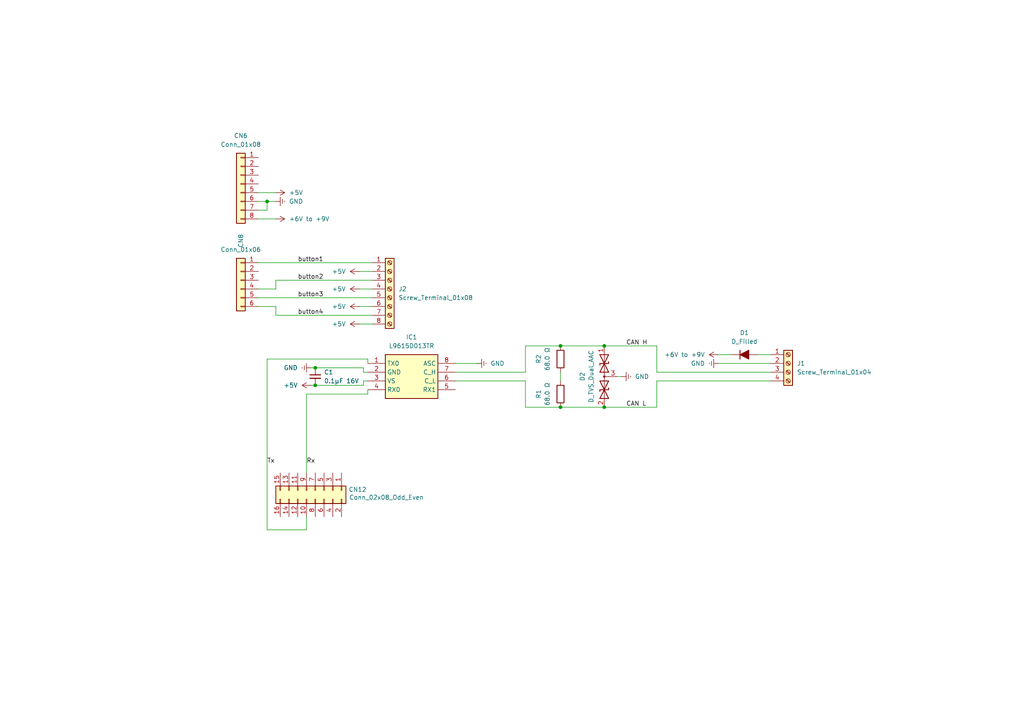
<source format=kicad_sch>
(kicad_sch (version 20231120) (generator "eeschema") (generator_version "8.0")
  (paper "A4")
  (title_block (title "CAN-Shield for STM32F469I-DISCO") (date "2025-01-27") (rev "v3") (company "Green Lion Racing") (comment 1 "Alexander Wallrodt") (comment 2 "Based on previous STM32 Canshield from 2019"))
  (lib_symbols
    (symbol "Connector:Screw_Terminal_01x04" (pin_names (offset 1.016) hide)
      (property "Reference" "J" (at 0 5.08 0))
      (property "Value" "Screw_Terminal_01x04" (at 0 -7.62 0))
      (symbol "Screw_Terminal_01x04_1_1"
        (rectangle (start -1.27 3.81) (end 1.27 -6.35) (stroke (width 0.254)) (fill (type background)))
        (circle (center 0 -5.08) (radius 0.635) (stroke (width 0.1524)))
        (circle (center 0 -2.54) (radius 0.635) (stroke (width 0.1524)))
        (polyline (pts (xy -0.5334 -4.7498) (xy 0.3302 -5.588)) (stroke (width 0.1524)))
        (polyline (pts (xy -0.5334 -2.2098) (xy 0.3302 -3.048)) (stroke (width 0.1524)))
        (polyline (pts (xy -0.5334 0.3302) (xy 0.3302 -0.508)) (stroke (width 0.1524)))
        (polyline (pts (xy -0.5334 2.8702) (xy 0.3302 2.032)) (stroke (width 0.1524)))
        (polyline (pts (xy -0.3556 -4.572) (xy 0.508 -5.4102)) (stroke (width 0.1524)))
        (polyline (pts (xy -0.3556 -2.032) (xy 0.508 -2.8702)) (stroke (width 0.1524)))
        (polyline (pts (xy -0.3556 0.508) (xy 0.508 -0.3302)) (stroke (width 0.1524)))
        (polyline (pts (xy -0.3556 3.048) (xy 0.508 2.2098)) (stroke (width 0.1524)))
        (circle (center 0 0) (radius 0.635) (stroke (width 0.1524)))
        (circle (center 0 2.54) (radius 0.635) (stroke (width 0.1524)))
        (pin passive line (at -5.08 2.54 0) (length 3.81) (name "Pin_1") (number "1"))
        (pin passive line (at -5.08 0 0) (length 3.81) (name "Pin_2") (number "2"))
        (pin passive line (at -5.08 -2.54 0) (length 3.81) (name "Pin_3") (number "3"))
        (pin passive line (at -5.08 -5.08 0) (length 3.81) (name "Pin_4") (number "4"))
      )
    )
    (symbol "Connector:Screw_Terminal_01x08" (pin_names (offset 1.016) hide)
      (property "Reference" "J" (at 0 10.16 0))
      (property "Value" "Screw_Terminal_01x08" (at 0 -12.7 0))
      (symbol "Screw_Terminal_01x08_1_1"
        (rectangle (start -1.27 8.89) (end 1.27 -11.43) (stroke (width 0.254)) (fill (type background)))
        (circle (center 0 -10.16) (radius 0.635) (stroke (width 0.1524)))
        (circle (center 0 -7.62) (radius 0.635) (stroke (width 0.1524)))
        (circle (center 0 -5.08) (radius 0.635) (stroke (width 0.1524)))
        (circle (center 0 -2.54) (radius 0.635) (stroke (width 0.1524)))
        (polyline (pts (xy -0.5334 -9.8298) (xy 0.3302 -10.668)) (stroke (width 0.1524)))
        (polyline (pts (xy -0.5334 -7.2898) (xy 0.3302 -8.128)) (stroke (width 0.1524)))
        (polyline (pts (xy -0.5334 -4.7498) (xy 0.3302 -5.588)) (stroke (width 0.1524)))
        (polyline (pts (xy -0.5334 -2.2098) (xy 0.3302 -3.048)) (stroke (width 0.1524)))
        (polyline (pts (xy -0.5334 0.3302) (xy 0.3302 -0.508)) (stroke (width 0.1524)))
        (polyline (pts (xy -0.5334 2.8702) (xy 0.3302 2.032)) (stroke (width 0.1524)))
        (polyline (pts (xy -0.5334 5.4102) (xy 0.3302 4.572)) (stroke (width 0.1524)))
        (polyline (pts (xy -0.5334 7.9502) (xy 0.3302 7.112)) (stroke (width 0.1524)))
        (polyline (pts (xy -0.3556 -9.652) (xy 0.508 -10.4902)) (stroke (width 0.1524)))
        (polyline (pts (xy -0.3556 -7.112) (xy 0.508 -7.9502)) (stroke (width 0.1524)))
        (polyline (pts (xy -0.3556 -4.572) (xy 0.508 -5.4102)) (stroke (width 0.1524)))
        (polyline (pts (xy -0.3556 -2.032) (xy 0.508 -2.8702)) (stroke (width 0.1524)))
        (polyline (pts (xy -0.3556 0.508) (xy 0.508 -0.3302)) (stroke (width 0.1524)))
        (polyline (pts (xy -0.3556 3.048) (xy 0.508 2.2098)) (stroke (width 0.1524)))
        (polyline (pts (xy -0.3556 5.588) (xy 0.508 4.7498)) (stroke (width 0.1524)))
        (polyline (pts (xy -0.3556 8.128) (xy 0.508 7.2898)) (stroke (width 0.1524)))
        (circle (center 0 0) (radius 0.635) (stroke (width 0.1524)))
        (circle (center 0 2.54) (radius 0.635) (stroke (width 0.1524)))
        (circle (center 0 5.08) (radius 0.635) (stroke (width 0.1524)))
        (circle (center 0 7.62) (radius 0.635) (stroke (width 0.1524)))
        (pin passive line (at -5.08 7.62 0) (length 3.81) (name "Pin_1") (number "1"))
        (pin passive line (at -5.08 5.08 0) (length 3.81) (name "Pin_2") (number "2"))
        (pin passive line (at -5.08 2.54 0) (length 3.81) (name "Pin_3") (number "3"))
        (pin passive line (at -5.08 0 0) (length 3.81) (name "Pin_4") (number "4"))
        (pin passive line (at -5.08 -2.54 0) (length 3.81) (name "Pin_5") (number "5"))
        (pin passive line (at -5.08 -5.08 0) (length 3.81) (name "Pin_6") (number "6"))
        (pin passive line (at -5.08 -7.62 0) (length 3.81) (name "Pin_7") (number "7"))
        (pin passive line (at -5.08 -10.16 0) (length 3.81) (name "Pin_8") (number "8"))
      )
    )
    (symbol "Connector_Generic:Conn_01x06" (pin_names (offset 1.016) hide)
      (property "Reference" "J" (at 0 7.62 0))
      (property "Value" "Conn_01x06" (at 0 -10.16 0))
      (symbol "Conn_01x06_1_1"
        (rectangle (start -1.27 -7.493) (end 0 -7.747) (stroke (width 0.1524)))
        (rectangle (start -1.27 -4.953) (end 0 -5.207) (stroke (width 0.1524)))
        (rectangle (start -1.27 -2.413) (end 0 -2.667) (stroke (width 0.1524)))
        (rectangle (start -1.27 0.127) (end 0 -0.127) (stroke (width 0.1524)))
        (rectangle (start -1.27 2.667) (end 0 2.413) (stroke (width 0.1524)))
        (rectangle (start -1.27 5.207) (end 0 4.953) (stroke (width 0.1524)))
        (rectangle (start -1.27 6.35) (end 1.27 -8.89) (stroke (width 0.254)) (fill (type background)))
        (pin passive line (at -5.08 5.08 0) (length 3.81) (name "Pin_1") (number "1"))
        (pin passive line (at -5.08 2.54 0) (length 3.81) (name "Pin_2") (number "2"))
        (pin passive line (at -5.08 0 0) (length 3.81) (name "Pin_3") (number "3"))
        (pin passive line (at -5.08 -2.54 0) (length 3.81) (name "Pin_4") (number "4"))
        (pin passive line (at -5.08 -5.08 0) (length 3.81) (name "Pin_5") (number "5"))
        (pin passive line (at -5.08 -7.62 0) (length 3.81) (name "Pin_6") (number "6"))
      )
    )
    (symbol "Connector_Generic:Conn_01x08" (pin_names (offset 1.016) hide)
      (property "Reference" "J" (at 0 10.16 0))
      (property "Value" "Conn_01x08" (at 0 -12.7 0))
      (symbol "Conn_01x08_1_1"
        (rectangle (start -1.27 -10.033) (end 0 -10.287) (stroke (width 0.1524)))
        (rectangle (start -1.27 -7.493) (end 0 -7.747) (stroke (width 0.1524)))
        (rectangle (start -1.27 -4.953) (end 0 -5.207) (stroke (width 0.1524)))
        (rectangle (start -1.27 -2.413) (end 0 -2.667) (stroke (width 0.1524)))
        (rectangle (start -1.27 0.127) (end 0 -0.127) (stroke (width 0.1524)))
        (rectangle (start -1.27 2.667) (end 0 2.413) (stroke (width 0.1524)))
        (rectangle (start -1.27 5.207) (end 0 4.953) (stroke (width 0.1524)))
        (rectangle (start -1.27 7.747) (end 0 7.493) (stroke (width 0.1524)))
        (rectangle (start -1.27 8.89) (end 1.27 -11.43) (stroke (width 0.254)) (fill (type background)))
        (pin passive line (at -5.08 7.62 0) (length 3.81) (name "Pin_1") (number "1"))
        (pin passive line (at -5.08 5.08 0) (length 3.81) (name "Pin_2") (number "2"))
        (pin passive line (at -5.08 2.54 0) (length 3.81) (name "Pin_3") (number "3"))
        (pin passive line (at -5.08 0 0) (length 3.81) (name "Pin_4") (number "4"))
        (pin passive line (at -5.08 -2.54 0) (length 3.81) (name "Pin_5") (number "5"))
        (pin passive line (at -5.08 -5.08 0) (length 3.81) (name "Pin_6") (number "6"))
        (pin passive line (at -5.08 -7.62 0) (length 3.81) (name "Pin_7") (number "7"))
        (pin passive line (at -5.08 -10.16 0) (length 3.81) (name "Pin_8") (number "8"))
      )
    )
    (symbol "Connector_Generic:Conn_02x08_Odd_Even" (pin_names (offset 1.016) hide)
      (property "Reference" "J" (at 1.27 10.16 0))
      (property "Value" "Conn_02x08_Odd_Even" (at 1.27 -12.7 0))
      (symbol "Conn_02x08_Odd_Even_1_1"
        (rectangle (start -1.27 -10.033) (end 0 -10.287) (stroke (width 0.1524)))
        (rectangle (start -1.27 -7.493) (end 0 -7.747) (stroke (width 0.1524)))
        (rectangle (start -1.27 -4.953) (end 0 -5.207) (stroke (width 0.1524)))
        (rectangle (start -1.27 -2.413) (end 0 -2.667) (stroke (width 0.1524)))
        (rectangle (start -1.27 0.127) (end 0 -0.127) (stroke (width 0.1524)))
        (rectangle (start -1.27 2.667) (end 0 2.413) (stroke (width 0.1524)))
        (rectangle (start -1.27 5.207) (end 0 4.953) (stroke (width 0.1524)))
        (rectangle (start -1.27 7.747) (end 0 7.493) (stroke (width 0.1524)))
        (rectangle (start -1.27 8.89) (end 3.81 -11.43) (stroke (width 0.254)) (fill (type background)))
        (rectangle (start 3.81 -10.033) (end 2.54 -10.287) (stroke (width 0.1524)))
        (rectangle (start 3.81 -7.493) (end 2.54 -7.747) (stroke (width 0.1524)))
        (rectangle (start 3.81 -4.953) (end 2.54 -5.207) (stroke (width 0.1524)))
        (rectangle (start 3.81 -2.413) (end 2.54 -2.667) (stroke (width 0.1524)))
        (rectangle (start 3.81 0.127) (end 2.54 -0.127) (stroke (width 0.1524)))
        (rectangle (start 3.81 2.667) (end 2.54 2.413) (stroke (width 0.1524)))
        (rectangle (start 3.81 5.207) (end 2.54 4.953) (stroke (width 0.1524)))
        (rectangle (start 3.81 7.747) (end 2.54 7.493) (stroke (width 0.1524)))
        (pin passive line (at -5.08 7.62 0) (length 3.81) (name "Pin_1") (number "1"))
        (pin passive line (at 7.62 -2.54 180) (length 3.81) (name "Pin_10") (number "10"))
        (pin passive line (at -5.08 -5.08 0) (length 3.81) (name "Pin_11") (number "11"))
        (pin passive line (at 7.62 -5.08 180) (length 3.81) (name "Pin_12") (number "12"))
        (pin passive line (at -5.08 -7.62 0) (length 3.81) (name "Pin_13") (number "13"))
        (pin passive line (at 7.62 -7.62 180) (length 3.81) (name "Pin_14") (number "14"))
        (pin passive line (at -5.08 -10.16 0) (length 3.81) (name "Pin_15") (number "15"))
        (pin passive line (at 7.62 -10.16 180) (length 3.81) (name "Pin_16") (number "16"))
        (pin passive line (at 7.62 7.62 180) (length 3.81) (name "Pin_2") (number "2"))
        (pin passive line (at -5.08 5.08 0) (length 3.81) (name "Pin_3") (number "3"))
        (pin passive line (at 7.62 5.08 180) (length 3.81) (name "Pin_4") (number "4"))
        (pin passive line (at -5.08 2.54 0) (length 3.81) (name "Pin_5") (number "5"))
        (pin passive line (at 7.62 2.54 180) (length 3.81) (name "Pin_6") (number "6"))
        (pin passive line (at -5.08 0 0) (length 3.81) (name "Pin_7") (number "7"))
        (pin passive line (at 7.62 0 180) (length 3.81) (name "Pin_8") (number "8"))
        (pin passive line (at -5.08 -2.54 0) (length 3.81) (name "Pin_9") (number "9"))
      )
    )
    (symbol "Device:C_Small" (pin_numbers hide) (pin_names (offset 0.254) hide)
      (property "Reference" "C" (at 0.254 1.778 0))
      (property "Value" "C_Small" (at 0.254 -2.032 0))
      (symbol "C_Small_0_1"
        (polyline (pts (xy -1.524 -0.508) (xy 1.524 -0.508)) (stroke (width 0.3302)))
        (polyline (pts (xy -1.524 0.508) (xy 1.524 0.508)) (stroke (width 0.3048)))
      )
      (symbol "C_Small_1_1"
        (pin passive line (at 0 2.54 270) (length 2.032) (name "~") (number "1"))
        (pin passive line (at 0 -2.54 90) (length 2.032) (name "~") (number "2"))
      )
    )
    (symbol "Device:D_Filled" (pin_numbers hide) (pin_names (offset 1.016) hide)
      (property "Reference" "D" (at 0 2.54 0))
      (property "Value" "D_Filled" (at 0 -2.54 0))
      (symbol "D_Filled_0_1"
        (polyline (pts (xy -1.27 1.27) (xy -1.27 -1.27)) (stroke (width 0.254)))
        (polyline (pts (xy 1.27 0) (xy -1.27 0)))
        (polyline (pts (xy 1.27 1.27) (xy 1.27 -1.27) (xy -1.27 0) (xy 1.27 1.27)) (stroke (width 0.254)) (fill (type outline)))
      )
      (symbol "D_Filled_1_1"
        (pin passive line (at -3.81 0 0) (length 2.54) (name "K") (number "1"))
        (pin passive line (at 3.81 0 180) (length 2.54) (name "A") (number "2"))
      )
    )
    (symbol "Device:D_TVS_Dual_AAC" (pin_names (offset 1.016) hide)
      (property "Reference" "D" (at 0 4.445 0))
      (property "Value" "D_TVS_Dual_AAC" (at 0 2.54 0))
      (symbol "D_TVS_Dual_AAC_0_0"
        (polyline (pts (xy 0 -1.27) (xy 0 0)))
      )
      (symbol "D_TVS_Dual_AAC_0_1"
        (polyline (pts (xy -6.35 0) (xy 6.35 0)))
        (polyline (pts (xy -3.302 1.27) (xy -3.81 1.27) (xy -3.81 -1.27) (xy -4.318 -1.27)) (stroke (width 0.254)))
        (polyline (pts (xy 4.318 1.27) (xy 3.81 1.27) (xy 3.81 -1.27) (xy 3.302 -1.27)) (stroke (width 0.254)))
        (polyline (pts (xy -6.35 1.27) (xy -1.27 -1.27) (xy -1.27 1.27) (xy -6.35 -1.27) (xy -6.35 1.27)) (stroke (width 0.254)))
        (polyline (pts (xy 6.35 1.27) (xy 1.27 -1.27) (xy 1.27 1.27) (xy 6.35 -1.27) (xy 6.35 1.27)) (stroke (width 0.254)))
        (circle (center 0 0) (radius 0.254) (fill (type outline)))
      )
      (symbol "D_TVS_Dual_AAC_1_1"
        (pin passive line (at -8.89 0 0) (length 2.54) (name "A1") (number "1"))
        (pin passive line (at 8.89 0 180) (length 2.54) (name "A2") (number "2"))
        (pin passive line (at 0 -3.81 90) (length 2.54) (name "common") (number "3"))
      )
    )
    (symbol "Device:R" (pin_numbers hide) (pin_names (offset 0))
      (property "Reference" "R" (at 2.032 0 90))
      (property "Value" "R" (at 0 0 90))
      (symbol "R_0_1"
        (rectangle (start -1.016 -2.54) (end 1.016 2.54) (stroke (width 0.254)))
      )
      (symbol "R_1_1"
        (pin passive line (at 0 3.81 270) (length 1.27) (name "~") (number "1"))
        (pin passive line (at 0 -3.81 90) (length 1.27) (name "~") (number "2"))
      )
    )
    (symbol "SamacSys_Parts:L9615D013TR"
      (property "Reference" "IC" (at 21.59 7.62 0))
      (property "Value" "L9615D013TR" (at 21.59 5.08 0))
      (symbol "L9615D013TR_1_1"
        (rectangle (start 5.08 2.54) (end 20.32 -10.16) (stroke (width 0.254)) (fill (type background)))
        (pin passive line (at 0 0 0) (length 5.08) (name "TX0") (number "1"))
        (pin passive line (at 0 -2.54 0) (length 5.08) (name "GND") (number "2"))
        (pin passive line (at 0 -5.08 0) (length 5.08) (name "VS") (number "3"))
        (pin passive line (at 0 -7.62 0) (length 5.08) (name "RX0") (number "4"))
        (pin passive line (at 25.4 -7.62 180) (length 5.08) (name "RX1") (number "5"))
        (pin passive line (at 25.4 -5.08 180) (length 5.08) (name "C_L") (number "6"))
        (pin passive line (at 25.4 -2.54 180) (length 5.08) (name "C_H") (number "7"))
        (pin passive line (at 25.4 0 180) (length 5.08) (name "ASC") (number "8"))
      )
    )
    (symbol "power:+12V" (power) (pin_numbers hide) (pin_names (offset 0) hide)
      (property "Value" "+12V" (at 0 3.556 0))
      (symbol "+12V_0_1"
        (polyline (pts (xy -0.762 1.27) (xy 0 2.54)))
        (polyline (pts (xy 0 0) (xy 0 2.54)))
        (polyline (pts (xy 0 2.54) (xy 0.762 1.27)))
      )
      (symbol "+12V_1_1"
        (pin power_in line (at 0 0 90) (length 0) (name "~") (number "1"))
      )
    )
    (symbol "power:+5V" (power) (pin_numbers hide) (pin_names (offset 0) hide)
      (property "Value" "+5V" (at 0 3.556 0))
      (symbol "+5V_0_1"
        (polyline (pts (xy -0.762 1.27) (xy 0 2.54)))
        (polyline (pts (xy 0 0) (xy 0 2.54)))
        (polyline (pts (xy 0 2.54) (xy 0.762 1.27)))
      )
      (symbol "+5V_1_1"
        (pin power_in line (at 0 0 90) (length 0) (name "~") (number "1"))
      )
    )
    (symbol "power:GNDREF" (power) (pin_numbers hide) (pin_names (offset 0) hide)
      (property "Value" "GNDREF" (at 0 -3.81 0))
      (symbol "GNDREF_0_1"
        (polyline (pts (xy -0.635 -1.905) (xy 0.635 -1.905)))
        (polyline (pts (xy -0.127 -2.54) (xy 0.127 -2.54)))
        (polyline (pts (xy 0 -1.27) (xy 0 0)))
        (polyline (pts (xy 1.27 -1.27) (xy -1.27 -1.27)))
      )
      (symbol "GNDREF_1_1"
        (pin power_in line (at 0 0 270) (length 0) (name "~") (number "1"))
      )
    )
  )
  (junction (at 91.44 111.76))
  (junction (at 91.44 106.68))
  (junction (at 162.56 118.11))
  (junction (at 77.47 58.42))
  (junction (at 175.26 118.11))
  (junction (at 162.56 100.33))
  (junction (at 175.26 100.33))
  (wire (pts (xy 88.9 114.3) (xy 88.9 137.16)))
  (wire (pts (xy 91.44 111.76) (xy 105.41 111.76)))
  (wire (pts (xy 77.47 58.42) (xy 80.01 58.42)))
  (wire (pts (xy 132.08 105.41) (xy 138.43 105.41)))
  (wire (pts (xy 105.41 110.49) (xy 106.68 110.49)))
  (wire (pts (xy 132.08 110.49) (xy 152.4 110.49)))
  (wire (pts (xy 105.41 110.49) (xy 105.41 111.76)))
  (wire (pts (xy 90.17 106.68) (xy 91.44 106.68)))
  (wire (pts (xy 162.56 118.11) (xy 175.26 118.11)))
  (wire (pts (xy 152.4 100.33) (xy 162.56 100.33)))
  (wire (pts (xy 74.93 58.42) (xy 77.47 58.42)))
  (wire (pts (xy 162.56 110.49) (xy 162.56 107.95)))
  (wire (pts (xy 208.28 105.41) (xy 223.52 105.41)))
  (wire (pts (xy 74.93 86.36) (xy 107.95 86.36)))
  (wire (pts (xy 175.26 100.33) (xy 190.5 100.33)))
  (wire (pts (xy 106.68 114.3) (xy 88.9 114.3)))
  (wire (pts (xy 162.56 100.33) (xy 175.26 100.33)))
  (wire (pts (xy 104.14 88.9) (xy 107.95 88.9)))
  (wire (pts (xy 190.5 107.95) (xy 223.52 107.95)))
  (wire (pts (xy 190.5 100.33) (xy 190.5 107.95)))
  (wire (pts (xy 91.44 106.68) (xy 105.41 106.68)))
  (wire (pts (xy 104.14 83.82) (xy 107.95 83.82)))
  (wire (pts (xy 152.4 110.49) (xy 152.4 118.11)))
  (wire (pts (xy 77.47 60.96) (xy 77.47 58.42)))
  (wire (pts (xy 88.9 153.67) (xy 88.9 149.86)))
  (wire (pts (xy 105.41 107.95) (xy 106.68 107.95)))
  (wire (pts (xy 190.5 110.49) (xy 223.52 110.49)))
  (wire (pts (xy 190.5 118.11) (xy 190.5 110.49)))
  (wire (pts (xy 219.71 102.87) (xy 223.52 102.87)))
  (wire (pts (xy 208.28 102.87) (xy 212.09 102.87)))
  (wire (pts (xy 77.47 104.14) (xy 77.47 153.67)))
  (wire (pts (xy 104.14 93.98) (xy 107.95 93.98)))
  (wire (pts (xy 104.14 78.74) (xy 107.95 78.74)))
  (wire (pts (xy 74.93 55.88) (xy 80.01 55.88)))
  (wire (pts (xy 106.68 114.3) (xy 106.68 113.03)))
  (wire (pts (xy 152.4 118.11) (xy 162.56 118.11)))
  (wire (pts (xy 152.4 100.33) (xy 152.4 107.95)))
  (wire (pts (xy 80.01 91.44) (xy 80.01 88.9)))
  (wire (pts (xy 90.17 111.76) (xy 91.44 111.76)))
  (wire (pts (xy 80.01 88.9) (xy 74.93 88.9)))
  (wire (pts (xy 175.26 118.11) (xy 190.5 118.11)))
  (wire (pts (xy 80.01 83.82) (xy 74.93 83.82)))
  (wire (pts (xy 80.01 81.28) (xy 107.95 81.28)))
  (wire (pts (xy 106.68 104.14) (xy 106.68 105.41)))
  (wire (pts (xy 74.93 76.2) (xy 107.95 76.2)))
  (wire (pts (xy 152.4 107.95) (xy 132.08 107.95)))
  (wire (pts (xy 77.47 153.67) (xy 88.9 153.67)))
  (wire (pts (xy 74.93 63.5) (xy 80.01 63.5)))
  (wire (pts (xy 74.93 60.96) (xy 77.47 60.96)))
  (wire (pts (xy 77.47 104.14) (xy 106.68 104.14)))
  (wire (pts (xy 179.07 109.22) (xy 180.34 109.22)))
  (wire (pts (xy 80.01 91.44) (xy 107.95 91.44)))
  (wire (pts (xy 80.01 81.28) (xy 80.01 83.82)))
  (wire (pts (xy 105.41 107.95) (xy 105.41 106.68)))
  (label "button4" (at 86.36 91.44 0))
  (label "CAN H" (at 181.61 100.33 0))
  (label "button1" (at 86.36 76.2 0))
  (label "Tx" (at 77.47 134.62 0))
  (label "button2" (at 86.36 81.28 0))
  (label "Rx" (at 88.9 134.62 0))
  (label "button3" (at 86.36 86.36 0))
  (label "CAN L" (at 181.61 118.11 0))
  (symbol (lib_id "Device:C_Small") (at 91.44 109.22 0) (unit 1)
    (property "Reference" "C1" (at 93.98 107.9562 0) (effects (justify left)))
    (property "Value" "0.1μF 16V" (at 93.98 110.4962 0) (effects (justify left)))
    (property "Footprint" "Capacitor_SMD:C_0201_0603Metric" (effects (hide yes)))
    (property "Description" "Unpolarized capacitor, small symbol" (effects (hide yes)))
  )
  (symbol (lib_id "Connector:Screw_Terminal_01x04") (at 228.6 105.41 0) (unit 1)
    (property "Reference" "J1" (at 231.14 105.4099 0) (effects (justify left)))
    (property "Value" "Screw_Terminal_01x04" (at 231.14 107.9499 0) (effects (justify left)))
    (property "Footprint" "GLR_KiCAD_Library:WECO-950-FB-04" (effects (hide yes)))
    (property "Description" "Generic screw terminal, single row, 01x04, script generated (kicad-library-utils/schlib/autogen/connector/)" (effects (hide yes)))
  )
  (symbol (lib_id "Device:R") (at 162.56 114.3 180) (unit 1)
    (property "Reference" "R1" (at 156.21 114.3 90))
    (property "Value" "68.0 Ω" (at 158.75 114.3 90))
    (property "Footprint" "Resistor_SMD:R_0201_0603Metric" (effects (hide yes)))
    (property "Description" "Resistor" (effects (hide yes)))
  )
  (symbol (lib_id "Device:D_Filled") (at 215.9 102.87 0) (unit 1)
    (property "Reference" "D1" (at 215.9 96.52 0))
    (property "Value" "D_Filled" (at 215.9 99.06 0))
    (property "Footprint" "Diode_SMD:D_0201_0603Metric" (effects (hide yes)))
    (property "Description" "Diode, filled shape" (effects (hide yes)))
    (property "Sim.Device" "D" (effects (hide yes)))
    (property "Sim.Pins" "1=K 2=A" (effects (hide yes)))
  )
  (symbol (lib_id "Connector_Generic:Conn_01x06") (at 69.85 81.28 0) (mirror y) (unit 1)
    (property "Reference" "CN8" (at 69.85 69.85 90))
    (property "Value" "Conn_01x06" (at 69.85 72.39 0))
    (property "Footprint" "Connector_PinHeader_2.54mm:PinHeader_1x06_P2.54mm_Vertical" (effects (hide yes)))
    (property "Description" "Generic connector, single row, 01x06, script generated (kicad-library-utils/schlib/autogen/connector/)" (effects (hide yes)))
  )
  (symbol (lib_id "SamacSys_Parts:L9615D013TR") (at 106.68 105.41 0) (unit 1)
    (property "Reference" "IC1" (at 119.38 97.79 0))
    (property "Value" "L9615D013TR" (at 119.38 100.33 0))
    (property "Footprint" "SOIC127P600X175-8N" (effects (hide yes)))
    (property "Datasheet" "https://www.st.com/resource/en/datasheet/l9615.pdf" (effects (hide yes)))
    (property "Description" "High Speed Can Bus Transceiver" (effects (hide yes)))
    (property "Height" "1.75" (effects (hide yes)))
    (property "Manufacturer_Name" "STMicroelectronics" (effects (hide yes)))
    (property "Manufacturer_Part_Number" "L9615D013TR" (effects (hide yes)))
    (property "Mouser Part Number" "511-L9615D-TR" (effects (hide yes)))
    (property "Mouser Price/Stock" "https://www.mouser.co.uk/ProductDetail/STMicroelectronics/L9615D013TR?qs=RNlBCa%2FBPH2bRRygw50SdQ%3D%3D" (effects (hide yes)))
    (property "Arrow Part Number" "L9615D013TR" (effects (hide yes)))
    (property "Arrow Price/Stock" "https://www.arrow.com/en/products/l9615d013tr/stmicroelectronics?region=nac" (effects (hide yes)))
  )
  (symbol (lib_id "Connector_Generic:Conn_02x08_Odd_Even") (at 91.44 142.24 270) (unit 1)
    (property "Reference" "CN12" (at 101.092 141.986 90) (effects (justify left)))
    (property "Value" "Conn_02x08_Odd_Even" (at 122.936 144.272 90) (effects (justify right)))
    (property "Footprint" "Connector_PinSocket_2.54mm:PinSocket_2x08_P2.54mm_Vertical" (effects (hide yes)))
    (property "Description" "Generic connector, double row, 02x08, odd/even pin numbering scheme (row 1 odd numbers, row 2 even numbers), script generated (kicad-library-utils/schlib/autogen/connector/)" (effects (hide yes)))
  )
  (symbol (lib_id "power:+5V") (at 104.14 78.74 90) (unit 1)
    (property "Reference" "#PWR010" (effects (hide yes)))
    (property "Value" "+5V" (at 100.33 78.7401 90) (effects (justify left)))
    (property "Description" "Power symbol creates a global label with name \"+5V\"" (effects (hide yes)))
  )
  (symbol (lib_id "power:GNDREF") (at 90.17 106.68 270) (unit 1)
    (property "Reference" "#PWR011" (effects (hide yes)))
    (property "Value" "GND" (at 86.36 106.6801 90) (effects (justify right)))
    (property "Description" "Power symbol creates a global label with name \"GNDREF\" , reference supply ground" (effects (hide yes)))
  )
  (symbol (lib_id "power:+12V") (at 208.28 102.87 90) (unit 1)
    (property "Reference" "#PWR06" (effects (hide yes)))
    (property "Value" "+6V to +9V" (at 204.47 102.8701 90) (effects (justify left)))
    (property "Description" "Power symbol creates a global label with name \"+12V\"" (effects (hide yes)))
  )
  (symbol (lib_id "Device:D_TVS_Dual_AAC") (at 175.26 109.22 90) (mirror x) (unit 1)
    (property "Reference" "D2" (at 168.91 109.22 0))
    (property "Value" "D_TVS_Dual_AAC" (at 171.45 109.22 0))
    (property "Footprint" "Package_TO_SOT_SMD:SOT-23" (effects (hide yes)))
    (property "Description" "Bidirectional dual transient-voltage-suppression diode, center on pin 3" (effects (hide yes)))
  )
  (symbol (lib_id "power:GNDREF") (at 180.34 109.22 90) (unit 1)
    (property "Reference" "#PWR014" (effects (hide yes)))
    (property "Value" "GND" (at 184.15 109.2199 90) (effects (justify right)))
    (property "Description" "Power symbol creates a global label with name \"GNDREF\" , reference supply ground" (effects (hide yes)))
  )
  (symbol (lib_id "power:+5V") (at 104.14 93.98 90) (unit 1)
    (property "Reference" "#PWR07" (effects (hide yes)))
    (property "Value" "+5V" (at 100.33 93.9801 90) (effects (justify left)))
    (property "Description" "Power symbol creates a global label with name \"+5V\"" (effects (hide yes)))
  )
  (symbol (lib_id "power:+5V") (at 104.14 83.82 90) (unit 1)
    (property "Reference" "#PWR09" (effects (hide yes)))
    (property "Value" "+5V" (at 100.33 83.8201 90) (effects (justify left)))
    (property "Description" "Power symbol creates a global label with name \"+5V\"" (effects (hide yes)))
  )
  (symbol (lib_id "power:GNDREF") (at 80.01 58.42 90) (unit 1)
    (property "Reference" "#PWR01" (effects (hide yes)))
    (property "Value" "GND" (at 83.82 58.4199 90) (effects (justify right)))
    (property "Description" "Power symbol creates a global label with name \"GNDREF\" , reference supply ground" (effects (hide yes)))
  )
  (symbol (lib_id "Connector_Generic:Conn_01x08") (at 69.85 53.34 0) (mirror y) (unit 1)
    (property "Reference" "CN6" (at 69.85 39.37 0))
    (property "Value" "Conn_01x08" (at 69.85 41.91 0))
    (property "Footprint" "Connector_PinHeader_2.54mm:PinHeader_1x08_P2.54mm_Vertical" (effects (hide yes)))
    (property "Description" "Generic connector, single row, 01x08, script generated (kicad-library-utils/schlib/autogen/connector/)" (effects (hide yes)))
  )
  (symbol (lib_id "power:GNDREF") (at 208.28 105.41 270) (unit 1)
    (property "Reference" "#PWR05" (effects (hide yes)))
    (property "Value" "GND" (at 204.47 105.4101 90) (effects (justify right)))
    (property "Description" "Power symbol creates a global label with name \"GNDREF\" , reference supply ground" (effects (hide yes)))
  )
  (symbol (lib_id "Device:R") (at 162.56 104.14 180) (unit 1)
    (property "Reference" "R2" (at 156.21 104.14 90))
    (property "Value" "68.0 Ω" (at 158.75 104.14 90))
    (property "Footprint" "Resistor_SMD:R_0201_0603Metric" (effects (hide yes)))
    (property "Description" "Resistor" (effects (hide yes)))
  )
  (symbol (lib_id "power:+5V") (at 80.01 55.88 270) (unit 1)
    (property "Reference" "#PWR03" (effects (hide yes)))
    (property "Value" "+5V" (at 83.82 55.8799 90) (effects (justify left)))
    (property "Description" "Power symbol creates a global label with name \"+5V\"" (effects (hide yes)))
  )
  (symbol (lib_id "power:+5V") (at 90.17 111.76 90) (unit 1)
    (property "Reference" "#PWR012" (effects (hide yes)))
    (property "Value" "+5V" (at 86.36 111.7601 90) (effects (justify left)))
    (property "Description" "Power symbol creates a global label with name \"+5V\"" (effects (hide yes)))
  )
  (symbol (lib_id "power:GNDREF") (at 138.43 105.41 90) (unit 1)
    (property "Reference" "#PWR013" (effects (hide yes)))
    (property "Value" "GND" (at 142.24 105.4099 90) (effects (justify right)))
    (property "Description" "Power symbol creates a global label with name \"GNDREF\" , reference supply ground" (effects (hide yes)))
  )
  (symbol (lib_id "power:+5V") (at 104.14 88.9 90) (unit 1)
    (property "Reference" "#PWR08" (effects (hide yes)))
    (property "Value" "+5V" (at 100.33 88.9001 90) (effects (justify left)))
    (property "Description" "Power symbol creates a global label with name \"+5V\"" (effects (hide yes)))
  )
  (symbol (lib_id "power:+12V") (at 80.01 63.5 270) (unit 1)
    (property "Reference" "#PWR04" (effects (hide yes)))
    (property "Value" "+6V to +9V" (at 83.82 63.4999 90) (effects (justify left)))
    (property "Description" "Power symbol creates a global label with name \"+12V\"" (effects (hide yes)))
  )
  (symbol (lib_id "Connector:Screw_Terminal_01x08") (at 113.03 83.82 0) (unit 1)
    (property "Reference" "J2" (at 115.57 83.8199 0) (effects (justify left)))
    (property "Value" "Screw_Terminal_01x08" (at 115.57 86.3599 0) (effects (justify left)))
    (property "Footprint" "GLR_KiCAD_Library:WECO-950-FB-08" (effects (hide yes)))
    (property "Description" "Generic screw terminal, single row, 01x08, script generated (kicad-library-utils/schlib/autogen/connector/)" (effects (hide yes)))
  )
)
</source>
